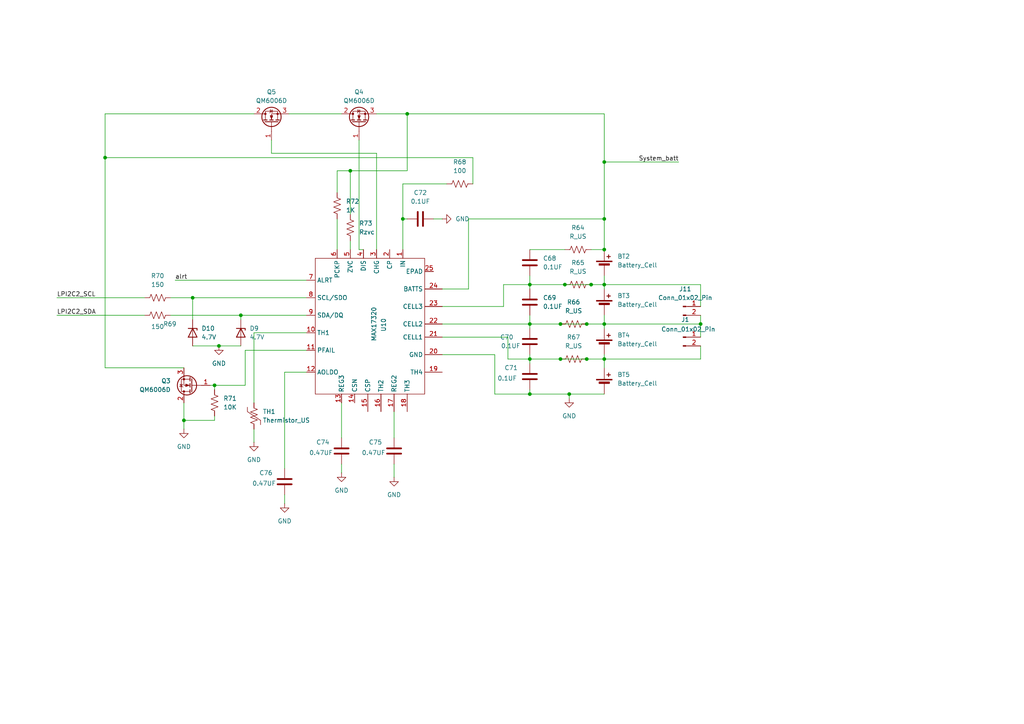
<source format=kicad_sch>
(kicad_sch (version 20231120) (generator "eeschema") (generator_version "8.0")
  (paper "A4")
  (lib_symbols
    (symbol "Connector:Conn_01x02_Pin" (pin_names (offset 1.016) hide)
      (property "Reference" "J" (at 0 2.54 0))
      (property "Value" "Conn_01x02_Pin" (at 0 -5.08 0))
      (symbol "Conn_01x02_Pin_1_1"
        (polyline (pts (xy 1.27 -2.54) (xy 0.8636 -2.54)) (stroke (width 0.1524)))
        (polyline (pts (xy 1.27 0) (xy 0.8636 0)) (stroke (width 0.1524)))
        (rectangle (start 0.8636 -2.413) (end 0 -2.667) (stroke (width 0.1524)) (fill (type outline)))
        (rectangle (start 0.8636 0.127) (end 0 -0.127) (stroke (width 0.1524)) (fill (type outline)))
        (pin passive line (at 5.08 0 180) (length 3.81) (name "Pin_1") (number "1"))
        (pin passive line (at 5.08 -2.54 180) (length 3.81) (name "Pin_2") (number "2"))
      )
    )
    (symbol "Device:Battery_Cell" (pin_numbers hide) (pin_names (offset 0) hide)
      (property "Reference" "BT" (at 2.54 2.54 0))
      (property "Value" "Battery_Cell" (at 2.54 0 0))
      (symbol "Battery_Cell_0_1"
        (rectangle (start -2.286 1.778) (end 2.286 1.524) (fill (type outline)))
        (rectangle (start -1.524 1.016) (end 1.524 0.508) (fill (type outline)))
        (polyline (pts (xy 0 0.762) (xy 0 0)))
        (polyline (pts (xy 0 1.778) (xy 0 2.54)))
        (polyline (pts (xy 0.762 3.048) (xy 1.778 3.048)) (stroke (width 0.254)))
        (polyline (pts (xy 1.27 3.556) (xy 1.27 2.54)) (stroke (width 0.254)))
      )
      (symbol "Battery_Cell_1_1"
        (pin passive line (at 0 5.08 270) (length 2.54) (name "+") (number "1"))
        (pin passive line (at 0 -2.54 90) (length 2.54) (name "-") (number "2"))
      )
    )
    (symbol "Device:C" (pin_numbers hide) (pin_names (offset 0.254))
      (property "Reference" "C" (at 0.635 2.54 0))
      (property "Value" "C" (at 0.635 -2.54 0))
      (symbol "C_0_1"
        (polyline (pts (xy -2.032 -0.762) (xy 2.032 -0.762)) (stroke (width 0.508)))
        (polyline (pts (xy -2.032 0.762) (xy 2.032 0.762)) (stroke (width 0.508)))
      )
      (symbol "C_1_1"
        (pin passive line (at 0 3.81 270) (length 2.794) (name "~") (number "1"))
        (pin passive line (at 0 -3.81 90) (length 2.794) (name "~") (number "2"))
      )
    )
    (symbol "Device:D_Zener" (pin_numbers hide) (pin_names (offset 1.016) hide)
      (property "Reference" "D" (at 0 2.54 0))
      (property "Value" "D_Zener" (at 0 -2.54 0))
      (symbol "D_Zener_0_1"
        (polyline (pts (xy 1.27 0) (xy -1.27 0)))
        (polyline (pts (xy -1.27 -1.27) (xy -1.27 1.27) (xy -0.762 1.27)) (stroke (width 0.254)))
        (polyline (pts (xy 1.27 -1.27) (xy 1.27 1.27) (xy -1.27 0) (xy 1.27 -1.27)) (stroke (width 0.254)))
      )
      (symbol "D_Zener_1_1"
        (pin passive line (at -3.81 0 0) (length 2.54) (name "K") (number "1"))
        (pin passive line (at 3.81 0 180) (length 2.54) (name "A") (number "2"))
      )
    )
    (symbol "Device:R_US" (pin_numbers hide) (pin_names (offset 0))
      (property "Reference" "R" (at 2.54 0 90))
      (property "Value" "R_US" (at -2.54 0 90))
      (symbol "R_US_0_1"
        (polyline (pts (xy 0 -2.286) (xy 0 -2.54)))
        (polyline (pts (xy 0 2.286) (xy 0 2.54)))
        (polyline (pts (xy 0 -0.762) (xy 1.016 -1.143) (xy 0 -1.524) (xy -1.016 -1.905) (xy 0 -2.286)))
        (polyline (pts (xy 0 0.762) (xy 1.016 0.381) (xy 0 0) (xy -1.016 -0.381) (xy 0 -0.762)))
        (polyline (pts (xy 0 2.286) (xy 1.016 1.905) (xy 0 1.524) (xy -1.016 1.143) (xy 0 0.762)))
      )
      (symbol "R_US_1_1"
        (pin passive line (at 0 3.81 270) (length 1.27) (name "~") (number "1"))
        (pin passive line (at 0 -3.81 90) (length 1.27) (name "~") (number "2"))
      )
    )
    (symbol "Device:Thermistor_US" (pin_numbers hide) (pin_names (offset 0))
      (property "Reference" "TH" (at 2.54 1.27 90))
      (property "Value" "Thermistor_US" (at -2.54 0 90))
      (symbol "Thermistor_US_0_1"
        (polyline (pts (xy 0 -2.286) (xy 0 -2.54)))
        (polyline (pts (xy 0 2.286) (xy 0 2.54)))
        (polyline (pts (xy 1.905 -1.27) (xy 1.905 -2.54)))
        (polyline (pts (xy -1.905 2.54) (xy -1.905 1.27) (xy 1.905 -1.27)))
        (polyline (pts (xy 0 -0.762) (xy 1.016 -1.143) (xy 0 -1.524) (xy -1.016 -1.905) (xy 0 -2.286)))
        (polyline (pts (xy 0 0.762) (xy 1.016 0.381) (xy 0 0) (xy -1.016 -0.381) (xy 0 -0.762)))
        (polyline (pts (xy 0 2.286) (xy 1.016 1.905) (xy 0 1.524) (xy -1.016 1.143) (xy 0 0.762)))
      )
      (symbol "Thermistor_US_1_1"
        (pin passive line (at 0 3.81 270) (length 1.27) (name "~") (number "1"))
        (pin passive line (at 0 -3.81 90) (length 1.27) (name "~") (number "2"))
      )
    )
    (symbol "PMIC:MAX17320"
      (property "Reference" "U10" (at 1.524 2.032 0))
      (property "Value" "MAX17320" (at 1.27 -0.762 0))
      (symbol "MAX17320_0_1"
        (rectangle (start -17.78 13.97) (end 21.59 -17.78))
      )
      (symbol "MAX17320_1_1"
        (pin input line (at -20.32 7.62 0) (length 2.54) (name "IN") (number "1"))
        (pin input line (at 3.81 -20.32 90) (length 2.54) (name "TH1") (number "10"))
        (pin input line (at 8.89 -20.32 90) (length 2.54) (name "PFAIL") (number "11"))
        (pin input line (at 15.24 -20.32 90) (length 2.54) (name "AOLDO") (number "12"))
        (pin input line (at 24.13 -10.16 180) (length 2.54) (name "REG3") (number "13"))
        (pin input line (at 24.13 -6.35 180) (length 2.54) (name "CSN") (number "14"))
        (pin input line (at 26.67 -2.54 180) (length 5.08) (name "CSP") (number "15"))
        (pin input line (at 26.67 1.27 180) (length 5.08) (name "TH2") (number "16"))
        (pin input line (at 26.67 5.08 180) (length 5.08) (name "REG2") (number "17"))
        (pin input line (at 26.67 8.89 180) (length 5.08) (name "TH3") (number "18"))
        (pin input line (at 15.24 19.05 270) (length 5.08) (name "TH4") (number "19"))
        (pin input line (at -20.32 3.81 0) (length 2.54) (name "CP") (number "2"))
        (pin input line (at 10.16 19.05 270) (length 5.08) (name "GND") (number "20"))
        (pin input line (at 5.08 19.05 270) (length 5.08) (name "CELL1") (number "21"))
        (pin input line (at 1.27 19.05 270) (length 5.08) (name "CELL2") (number "22"))
        (pin input line (at -3.81 19.05 270) (length 5.08) (name "CELL3") (number "23"))
        (pin input line (at -8.89 19.05 270) (length 5.08) (name "BATTS") (number "24"))
        (pin input line (at -13.97 16.51 270) (length 2.54) (name "EPAD") (number "25"))
        (pin input line (at -20.32 0 0) (length 2.54) (name "CHG") (number "3"))
        (pin input line (at -20.32 -3.81 0) (length 2.54) (name "DIS") (number "4"))
        (pin input line (at -20.32 -7.62 0) (length 2.54) (name "ZVC") (number "5"))
        (pin input line (at -20.32 -11.43 0) (length 2.54) (name "PCKP") (number "6"))
        (pin input line (at -11.43 -20.32 90) (length 2.54) (name "ALRT") (number "7"))
        (pin input line (at -6.35 -20.32 90) (length 2.54) (name "SCL/SDO") (number "8"))
        (pin input line (at -1.27 -20.32 90) (length 2.54) (name "SDA/DQ") (number "9"))
      )
    )
    (symbol "Transistor_FET:QM6006D" (pin_names hide)
      (property "Reference" "Q" (at 5.08 1.905 0))
      (property "Value" "QM6006D" (at 5.08 0 0))
      (symbol "QM6006D_0_1"
        (polyline (pts (xy 0.254 0) (xy -2.54 0)))
        (polyline (pts (xy 0.254 1.905) (xy 0.254 -1.905)) (stroke (width 0.254)))
        (polyline (pts (xy 0.762 -1.27) (xy 0.762 -2.286)) (stroke (width 0.254)))
        (polyline (pts (xy 0.762 0.508) (xy 0.762 -0.508)) (stroke (width 0.254)))
        (polyline (pts (xy 0.762 2.286) (xy 0.762 1.27)) (stroke (width 0.254)))
        (polyline (pts (xy 2.54 2.54) (xy 2.54 1.778)))
        (polyline (pts (xy 2.54 -2.54) (xy 2.54 0) (xy 0.762 0)))
        (polyline (pts (xy 0.762 -1.778) (xy 3.302 -1.778) (xy 3.302 1.778) (xy 0.762 1.778)))
        (polyline (pts (xy 1.016 0) (xy 2.032 0.381) (xy 2.032 -0.381) (xy 1.016 0)) (fill (type outline)))
        (polyline (pts (xy 2.794 0.508) (xy 2.921 0.381) (xy 3.683 0.381) (xy 3.81 0.254)))
        (polyline (pts (xy 3.302 0.381) (xy 2.921 -0.254) (xy 3.683 -0.254) (xy 3.302 0.381)))
        (circle (center 1.651 0) (radius 2.794) (stroke (width 0.254)))
        (circle (center 2.54 -1.778) (radius 0.254) (fill (type outline)))
        (circle (center 2.54 1.778) (radius 0.254) (fill (type outline)))
      )
      (symbol "QM6006D_1_1"
        (pin input line (at -5.08 0 0) (length 2.54) (name "G") (number "1"))
        (pin passive line (at 2.54 5.08 270) (length 2.54) (name "D") (number "2"))
        (pin passive line (at 2.54 -5.08 90) (length 2.54) (name "S") (number "3"))
      )
    )
    (symbol "power:GND" (power) (pin_numbers hide) (pin_names (offset 0) hide)
      (property "Value" "GND" (at 0 -3.81 0))
      (symbol "GND_0_1"
        (polyline (pts (xy 0 0) (xy 0 -1.27) (xy 1.27 -1.27) (xy 0 -2.54) (xy -1.27 -1.27) (xy 0 -1.27)))
      )
      (symbol "GND_1_1"
        (pin power_in line (at 0 0 270) (length 0) (name "~") (number "1"))
      )
    )
  )
  (junction (at 69.85 91.44))
  (junction (at 170.18 104.14))
  (junction (at 163.83 82.55))
  (junction (at 153.67 93.98))
  (junction (at 63.5 100.33))
  (junction (at 116.84 63.5))
  (junction (at 162.56 93.98))
  (junction (at 175.26 63.5))
  (junction (at 55.88 86.36))
  (junction (at 171.45 82.55))
  (junction (at 175.26 93.98))
  (junction (at 170.18 93.98))
  (junction (at 30.48 45.72))
  (junction (at 153.67 114.3))
  (junction (at 53.34 121.92))
  (junction (at 175.26 72.39))
  (junction (at 203.2 93.98))
  (junction (at 165.1 114.3))
  (junction (at 153.67 104.14))
  (junction (at 175.26 82.55))
  (junction (at 175.26 46.99))
  (junction (at 153.67 82.55))
  (junction (at 62.23 111.76))
  (junction (at 101.6 49.53))
  (junction (at 175.26 104.14))
  (junction (at 162.56 104.14))
  (junction (at 118.11 33.02))
  (wire (pts (xy 109.22 72.39) (xy 109.22 44.45)))
  (wire (pts (xy 170.18 93.98) (xy 162.56 93.98)))
  (wire (pts (xy 146.05 82.55) (xy 153.67 82.55)))
  (wire (pts (xy 88.9 96.52) (xy 73.66 96.52)))
  (wire (pts (xy 62.23 111.76) (xy 60.96 111.76)))
  (wire (pts (xy 49.53 86.36) (xy 55.88 86.36)))
  (wire (pts (xy 63.5 100.33) (xy 69.85 100.33)))
  (wire (pts (xy 137.16 53.34) (xy 137.16 45.72)))
  (wire (pts (xy 153.67 104.14) (xy 162.56 104.14)))
  (wire (pts (xy 88.9 101.6) (xy 71.12 101.6)))
  (wire (pts (xy 118.11 49.53) (xy 118.11 33.02)))
  (wire (pts (xy 135.89 63.5) (xy 175.26 63.5)))
  (wire (pts (xy 165.1 114.3) (xy 175.26 114.3)))
  (wire (pts (xy 175.26 46.99) (xy 175.26 63.5)))
  (wire (pts (xy 171.45 82.55) (xy 163.83 82.55)))
  (wire (pts (xy 62.23 111.76) (xy 62.23 113.03)))
  (wire (pts (xy 153.67 113.03) (xy 153.67 114.3)))
  (wire (pts (xy 69.85 91.44) (xy 88.9 91.44)))
  (wire (pts (xy 116.84 72.39) (xy 116.84 63.5)))
  (wire (pts (xy 175.26 80.01) (xy 175.26 82.55)))
  (wire (pts (xy 116.84 63.5) (xy 116.84 53.34)))
  (wire (pts (xy 53.34 121.92) (xy 53.34 124.46)))
  (wire (pts (xy 153.67 82.55) (xy 163.83 82.55)))
  (wire (pts (xy 30.48 33.02) (xy 30.48 45.72)))
  (wire (pts (xy 97.79 49.53) (xy 101.6 49.53)))
  (wire (pts (xy 175.26 82.55) (xy 175.26 83.82)))
  (wire (pts (xy 118.11 33.02) (xy 175.26 33.02)))
  (wire (pts (xy 83.82 33.02) (xy 99.06 33.02)))
  (wire (pts (xy 170.18 104.14) (xy 162.56 104.14)))
  (wire (pts (xy 99.06 116.84) (xy 99.06 127)))
  (wire (pts (xy 73.66 124.46) (xy 73.66 128.27)))
  (wire (pts (xy 153.67 91.44) (xy 153.67 93.98)))
  (wire (pts (xy 175.26 63.5) (xy 175.26 72.39)))
  (wire (pts (xy 49.53 91.44) (xy 69.85 91.44)))
  (wire (pts (xy 153.67 82.55) (xy 153.67 83.82)))
  (wire (pts (xy 165.1 114.3) (xy 165.1 115.57)))
  (wire (pts (xy 88.9 86.36) (xy 55.88 86.36)))
  (wire (pts (xy 99.06 134.62) (xy 99.06 137.16)))
  (wire (pts (xy 203.2 100.33) (xy 203.2 104.14)))
  (wire (pts (xy 175.26 93.98) (xy 175.26 95.25)))
  (wire (pts (xy 137.16 45.72) (xy 30.48 45.72)))
  (wire (pts (xy 125.73 63.5) (xy 128.27 63.5)))
  (wire (pts (xy 135.89 83.82) (xy 135.89 63.5)))
  (wire (pts (xy 175.26 102.87) (xy 175.26 104.14)))
  (wire (pts (xy 62.23 121.92) (xy 62.23 120.65)))
  (wire (pts (xy 50.8 81.28) (xy 88.9 81.28)))
  (wire (pts (xy 73.66 33.02) (xy 30.48 33.02)))
  (wire (pts (xy 175.26 82.55) (xy 171.45 82.55)))
  (wire (pts (xy 128.27 93.98) (xy 153.67 93.98)))
  (wire (pts (xy 143.51 114.3) (xy 153.67 114.3)))
  (wire (pts (xy 128.27 83.82) (xy 135.89 83.82)))
  (wire (pts (xy 30.48 106.68) (xy 53.34 106.68)))
  (wire (pts (xy 55.88 100.33) (xy 63.5 100.33)))
  (wire (pts (xy 147.32 104.14) (xy 153.67 104.14)))
  (wire (pts (xy 128.27 88.9) (xy 146.05 88.9)))
  (wire (pts (xy 53.34 116.84) (xy 53.34 121.92)))
  (wire (pts (xy 146.05 88.9) (xy 146.05 82.55)))
  (wire (pts (xy 153.67 80.01) (xy 153.67 82.55)))
  (wire (pts (xy 88.9 107.95) (xy 82.55 107.95)))
  (wire (pts (xy 82.55 107.95) (xy 82.55 135.89)))
  (wire (pts (xy 101.6 69.85) (xy 101.6 72.39)))
  (wire (pts (xy 153.67 102.87) (xy 153.67 104.14)))
  (wire (pts (xy 55.88 86.36) (xy 55.88 92.71)))
  (wire (pts (xy 114.3 134.62) (xy 114.3 138.43)))
  (wire (pts (xy 97.79 63.5) (xy 97.79 72.39)))
  (wire (pts (xy 30.48 45.72) (xy 30.48 106.68)))
  (wire (pts (xy 175.26 33.02) (xy 175.26 46.99)))
  (wire (pts (xy 101.6 49.53) (xy 118.11 49.53)))
  (wire (pts (xy 203.2 91.44) (xy 203.2 93.98)))
  (wire (pts (xy 104.14 72.39) (xy 105.41 72.39)))
  (wire (pts (xy 175.26 91.44) (xy 175.26 93.98)))
  (wire (pts (xy 153.67 93.98) (xy 162.56 93.98)))
  (wire (pts (xy 203.2 93.98) (xy 203.2 97.79)))
  (wire (pts (xy 128.27 102.87) (xy 143.51 102.87)))
  (wire (pts (xy 175.26 93.98) (xy 170.18 93.98)))
  (wire (pts (xy 16.51 86.36) (xy 41.91 86.36)))
  (wire (pts (xy 203.2 82.55) (xy 203.2 88.9)))
  (wire (pts (xy 16.51 91.44) (xy 41.91 91.44)))
  (wire (pts (xy 53.34 121.92) (xy 62.23 121.92)))
  (wire (pts (xy 153.67 114.3) (xy 165.1 114.3)))
  (wire (pts (xy 203.2 82.55) (xy 175.26 82.55)))
  (wire (pts (xy 109.22 33.02) (xy 118.11 33.02)))
  (wire (pts (xy 71.12 111.76) (xy 62.23 111.76)))
  (wire (pts (xy 153.67 72.39) (xy 163.83 72.39)))
  (wire (pts (xy 116.84 63.5) (xy 118.11 63.5)))
  (wire (pts (xy 78.74 44.45) (xy 78.74 40.64)))
  (wire (pts (xy 128.27 97.79) (xy 147.32 97.79)))
  (wire (pts (xy 114.3 119.38) (xy 114.3 127)))
  (wire (pts (xy 143.51 102.87) (xy 143.51 114.3)))
  (wire (pts (xy 203.2 104.14) (xy 175.26 104.14)))
  (wire (pts (xy 203.2 93.98) (xy 175.26 93.98)))
  (wire (pts (xy 101.6 49.53) (xy 101.6 62.23)))
  (wire (pts (xy 71.12 101.6) (xy 71.12 111.76)))
  (wire (pts (xy 153.67 104.14) (xy 153.67 105.41)))
  (wire (pts (xy 147.32 97.79) (xy 147.32 104.14)))
  (wire (pts (xy 69.85 92.71) (xy 69.85 91.44)))
  (wire (pts (xy 104.14 40.64) (xy 104.14 72.39)))
  (wire (pts (xy 171.45 72.39) (xy 175.26 72.39)))
  (wire (pts (xy 109.22 44.45) (xy 78.74 44.45)))
  (wire (pts (xy 170.18 104.14) (xy 175.26 104.14)))
  (wire (pts (xy 73.66 96.52) (xy 73.66 116.84)))
  (wire (pts (xy 82.55 143.51) (xy 82.55 146.05)))
  (wire (pts (xy 175.26 104.14) (xy 175.26 106.68)))
  (wire (pts (xy 175.26 46.99) (xy 196.85 46.99)))
  (wire (pts (xy 116.84 53.34) (xy 129.54 53.34)))
  (wire (pts (xy 97.79 55.88) (xy 97.79 49.53)))
  (wire (pts (xy 153.67 93.98) (xy 153.67 95.25)))
  (label "LPI2C2_SCL" (at 16.51 86.36 0))
  (label "LPI2C2_SDA" (at 16.51 91.44 0))
  (label "System_batt" (at 196.85 46.99 180))
  (label "alrt" (at 50.8 81.28 0))
  (symbol (lib_id "Connector:Conn_01x02_Pin") (at 198.12 88.9 0) (unit 1)
    (property "Reference" "J11" (at 198.755 83.82 0))
    (property "Value" "Conn_01x02_Pin" (at 198.755 86.36 0))
    (property "Description" "Generic connector, single row, 01x02, script generated" (effects (hide yes)))
  )
  (symbol (lib_id "Device:R_US") (at 101.6 66.04 0) (unit 1)
    (property "Reference" "R73" (at 104.14 64.7699 0) (effects (justify left)))
    (property "Value" "Rzvc" (at 104.14 67.3099 0) (effects (justify left)))
    (property "Description" "Resistor, US symbol" (effects (hide yes)))
  )
  (symbol (lib_id "power:GND") (at 114.3 138.43 0) (unit 1)
    (property "Reference" "#PWR085" (effects (hide yes)))
    (property "Value" "GND" (at 114.3 143.51 0))
    (property "Description" "Power symbol creates a global label with name \"GND\" , ground" (effects (hide yes)))
  )
  (symbol (lib_id "Transistor_FET:QM6006D") (at 78.74 35.56 90) (unit 1)
    (property "Reference" "Q5" (at 78.74 26.67 90))
    (property "Value" "QM6006D" (at 78.74 29.21 90))
    (property "Footprint" "Package_TO_SOT_SMD:TO-252-2" (effects (hide yes)))
    (property "Datasheet" "http://www.jaolen.com/images/pdf/QM6006D.pdf" (effects (hide yes)))
    (property "Description" "35A Id, 60V Vds, N-Channel Power MOSFET, 18mOhm Ron, 19.3nC Qg (typ), TO252" (effects (hide yes)))
  )
  (symbol (lib_id "Device:R_US") (at 167.64 72.39 90) (unit 1)
    (property "Reference" "R64" (at 167.64 66.04 90))
    (property "Value" "R_US" (at 167.64 68.58 90))
    (property "Description" "Resistor, US symbol" (effects (hide yes)))
  )
  (symbol (lib_id "Device:R_US") (at 62.23 116.84 0) (unit 1)
    (property "Reference" "R71" (at 64.77 115.5699 0) (effects (justify left)))
    (property "Value" "10K" (at 64.77 118.1099 0) (effects (justify left)))
    (property "Footprint" "Resistor_SMD:R_0402_1005Metric" (effects (hide yes)))
    (property "Description" "Resistor, US symbol" (effects (hide yes)))
  )
  (symbol (lib_id "Device:C") (at 153.67 87.63 0) (unit 1)
    (property "Reference" "C69" (at 157.48 86.3599 0) (effects (justify left)))
    (property "Value" "0.1UF" (at 157.48 88.8999 0) (effects (justify left)))
    (property "Footprint" "Capacitor_SMD:C_0402_1005Metric" (effects (hide yes)))
    (property "Description" "Unpolarized capacitor" (effects (hide yes)))
    (property "MANUFACTURER" "CC0402KRX5R6BB104" (effects (hide yes)))
  )
  (symbol (lib_id "Device:R_US") (at 45.72 86.36 90) (unit 1)
    (property "Reference" "R70" (at 45.72 80.01 90))
    (property "Value" "150" (at 45.72 82.55 90))
    (property "Description" "Resistor, US symbol" (effects (hide yes)))
  )
  (symbol (lib_id "power:GND") (at 128.27 63.5 90) (unit 1)
    (property "Reference" "#PWR081" (effects (hide yes)))
    (property "Value" "GND" (at 132.08 63.4999 90) (effects (justify right)))
    (property "Description" "Power symbol creates a global label with name \"GND\" , ground" (effects (hide yes)))
  )
  (symbol (lib_id "power:GND") (at 99.06 137.16 0) (unit 1)
    (property "Reference" "#PWR084" (effects (hide yes)))
    (property "Value" "GND" (at 99.06 142.24 0))
    (property "Description" "Power symbol creates a global label with name \"GND\" , ground" (effects (hide yes)))
  )
  (symbol (lib_id "power:GND") (at 63.5 100.33 0) (unit 1)
    (property "Reference" "#PWR082" (effects (hide yes)))
    (property "Value" "GND" (at 63.5 105.41 0))
    (property "Description" "Power symbol creates a global label with name \"GND\" , ground" (effects (hide yes)))
  )
  (symbol (lib_id "Device:R_US") (at 166.37 93.98 90) (unit 1)
    (property "Reference" "R66" (at 166.37 87.63 90))
    (property "Value" "R_US" (at 166.37 90.17 90))
    (property "Description" "Resistor, US symbol" (effects (hide yes)))
  )
  (symbol (lib_id "Device:R_US") (at 45.72 91.44 90) (unit 1)
    (property "Reference" "R69" (at 49.276 93.98 90))
    (property "Value" "150" (at 45.72 94.742 90))
    (property "Description" "Resistor, US symbol" (effects (hide yes)))
  )
  (symbol (lib_id "Device:D_Zener") (at 55.88 96.52 270) (unit 1)
    (property "Reference" "D10" (at 58.42 95.2499 90) (effects (justify left)))
    (property "Value" "4.7V" (at 58.42 97.7899 90) (effects (justify left)))
    (property "Description" "Zener diode" (effects (hide yes)))
  )
  (symbol (lib_id "Device:Battery_Cell") (at 175.26 111.76 0) (unit 1)
    (property "Reference" "BT5" (at 179.07 108.6484 0) (effects (justify left)))
    (property "Value" "Battery_Cell" (at 179.07 111.1884 0) (effects (justify left)))
    (property "Description" "Single-cell battery" (effects (hide yes)))
  )
  (symbol (lib_id "Device:C") (at 99.06 130.81 0) (unit 1)
    (property "Reference" "C74" (at 91.694 128.27 0) (effects (justify left)))
    (property "Value" "0.47UF" (at 89.662 131.318 0) (effects (justify left)))
    (property "Footprint" "Capacitor_SMD:C_0402_1005Metric" (effects (hide yes)))
    (property "Description" "Unpolarized capacitor" (effects (hide yes)))
    (property "MANUFACTURER" "GRM155R61A474KE15D" (effects (hide yes)))
  )
  (symbol (lib_id "power:GND") (at 82.55 146.05 0) (unit 1)
    (property "Reference" "#PWR086" (effects (hide yes)))
    (property "Value" "GND" (at 82.55 151.13 0))
    (property "Description" "Power symbol creates a global label with name \"GND\" , ground" (effects (hide yes)))
  )
  (symbol (lib_id "Device:R_US") (at 133.35 53.34 90) (unit 1)
    (property "Reference" "R68" (at 133.35 46.99 90))
    (property "Value" "100" (at 133.35 49.53 90))
    (property "Footprint" "Resistor_SMD:R_0402_1005Metric" (effects (hide yes)))
    (property "Description" "Resistor, US symbol" (effects (hide yes)))
  )
  (symbol (lib_id "power:GND") (at 53.34 124.46 0) (unit 1)
    (property "Reference" "#PWR087" (effects (hide yes)))
    (property "Value" "GND" (at 53.34 129.54 0))
    (property "Description" "Power symbol creates a global label with name \"GND\" , ground" (effects (hide yes)))
  )
  (symbol (lib_id "Device:Battery_Cell") (at 175.26 77.47 0) (unit 1)
    (property "Reference" "BT2" (at 179.07 74.3584 0) (effects (justify left)))
    (property "Value" "Battery_Cell" (at 179.07 76.8984 0) (effects (justify left)))
    (property "Description" "Single-cell battery" (effects (hide yes)))
  )
  (symbol (lib_id "Device:C") (at 121.92 63.5 90) (unit 1)
    (property "Reference" "C72" (at 121.92 55.88 90))
    (property "Value" "0.1UF" (at 121.92 58.42 90))
    (property "Footprint" "Capacitor_SMD:C_0402_1005Metric" (effects (hide yes)))
    (property "Description" "Unpolarized capacitor" (effects (hide yes)))
    (property "MANUFACTURER" "CC0402KRX5R6BB104" (effects (hide yes)))
  )
  (symbol (lib_id "Device:Battery_Cell") (at 175.26 88.9 0) (unit 1)
    (property "Reference" "BT3" (at 179.07 85.7884 0) (effects (justify left)))
    (property "Value" "Battery_Cell" (at 179.07 88.3284 0) (effects (justify left)))
    (property "Description" "Single-cell battery" (effects (hide yes)))
  )
  (symbol (lib_id "Device:C") (at 114.3 130.81 0) (unit 1)
    (property "Reference" "C75" (at 106.934 128.27 0) (effects (justify left)))
    (property "Value" "0.47UF" (at 104.902 131.318 0) (effects (justify left)))
    (property "Footprint" "Capacitor_SMD:C_0402_1005Metric" (effects (hide yes)))
    (property "Description" "Unpolarized capacitor" (effects (hide yes)))
    (property "MANUFACTURER" "GRM155R61A474KE15D" (effects (hide yes)))
  )
  (symbol (lib_id "Device:C") (at 153.67 99.06 0) (unit 1)
    (property "Reference" "C70" (at 145.034 97.79 0) (effects (justify left)))
    (property "Value" "0.1UF" (at 145.288 100.33 0) (effects (justify left)))
    (property "Footprint" "Capacitor_SMD:C_0402_1005Metric" (effects (hide yes)))
    (property "Description" "Unpolarized capacitor" (effects (hide yes)))
    (property "MANUFACTURER" "CC0402KRX5R6BB104" (effects (hide yes)))
  )
  (symbol (lib_id "Connector:Conn_01x02_Pin") (at 198.12 97.79 0) (unit 1)
    (property "Reference" "J1" (at 198.755 92.71 0))
    (property "Value" "Conn_01x02_Pin" (at 199.644 95.504 0))
    (property "Description" "Generic connector, single row, 01x02, script generated" (effects (hide yes)))
  )
  (symbol (lib_id "Device:Battery_Cell") (at 175.26 100.33 0) (unit 1)
    (property "Reference" "BT4" (at 179.07 97.2184 0) (effects (justify left)))
    (property "Value" "Battery_Cell" (at 179.07 99.7584 0) (effects (justify left)))
    (property "Description" "Single-cell battery" (effects (hide yes)))
  )
  (symbol (lib_id "Transistor_FET:QM6006D") (at 55.88 111.76 180) (unit 1)
    (property "Reference" "Q3" (at 49.53 110.4899 0) (effects (justify left)))
    (property "Value" "QM6006D" (at 49.53 113.0299 0) (effects (justify left)))
    (property "Footprint" "Package_TO_SOT_SMD:TO-252-2" (effects (hide yes)))
    (property "Datasheet" "http://www.jaolen.com/images/pdf/QM6006D.pdf" (effects (hide yes)))
    (property "Description" "35A Id, 60V Vds, N-Channel Power MOSFET, 18mOhm Ron, 19.3nC Qg (typ), TO252" (effects (hide yes)))
  )
  (symbol (lib_id "Device:R_US") (at 167.64 82.55 90) (unit 1)
    (property "Reference" "R65" (at 167.64 76.2 90))
    (property "Value" "R_US" (at 167.64 78.74 90))
    (property "Description" "Resistor, US symbol" (effects (hide yes)))
  )
  (symbol (lib_id "Device:R_US") (at 166.37 104.14 90) (unit 1)
    (property "Reference" "R67" (at 166.37 97.79 90))
    (property "Value" "R_US" (at 166.37 100.33 90))
    (property "Description" "Resistor, US symbol" (effects (hide yes)))
  )
  (symbol (lib_id "Device:D_Zener") (at 69.85 96.52 270) (unit 1)
    (property "Reference" "D9" (at 72.39 95.2499 90) (effects (justify left)))
    (property "Value" "4.7V" (at 72.39 97.7899 90) (effects (justify left)))
    (property "Description" "Zener diode" (effects (hide yes)))
  )
  (symbol (lib_id "Device:Thermistor_US") (at 73.66 120.65 0) (unit 1)
    (property "Reference" "TH1" (at 76.2 119.3799 0) (effects (justify left)))
    (property "Value" "Thermistor_US" (at 76.2 121.9199 0) (effects (justify left)))
    (property "Description" "Thermistor, temperature dependent resistor, US symbol" (effects (hide yes)))
  )
  (symbol (lib_id "power:GND") (at 165.1 115.57 0) (unit 1)
    (property "Reference" "#PWR080" (effects (hide yes)))
    (property "Value" "GND" (at 165.1 120.65 0))
    (property "Description" "Power symbol creates a global label with name \"GND\" , ground" (effects (hide yes)))
  )
  (symbol (lib_id "power:GND") (at 73.66 128.27 0) (unit 1)
    (property "Reference" "#PWR083" (effects (hide yes)))
    (property "Value" "GND" (at 73.66 133.35 0))
    (property "Description" "Power symbol creates a global label with name \"GND\" , ground" (effects (hide yes)))
  )
  (symbol (lib_id "Device:C") (at 153.67 109.22 0) (unit 1)
    (property "Reference" "C71" (at 146.304 106.68 0) (effects (justify left)))
    (property "Value" "0.1UF" (at 144.272 109.728 0) (effects (justify left)))
    (property "Footprint" "Capacitor_SMD:C_0402_1005Metric" (effects (hide yes)))
    (property "Description" "Unpolarized capacitor" (effects (hide yes)))
    (property "MANUFACTURER" "CC0402KRX5R6BB104" (effects (hide yes)))
  )
  (symbol (lib_id "Device:C") (at 153.67 76.2 0) (unit 1)
    (property "Reference" "C68" (at 157.48 74.9299 0) (effects (justify left)))
    (property "Value" "0.1UF" (at 157.48 77.4699 0) (effects (justify left)))
    (property "Footprint" "Capacitor_SMD:C_0402_1005Metric" (effects (hide yes)))
    (property "Description" "Unpolarized capacitor" (effects (hide yes)))
    (property "MANUFACTURER" "CC0402KRX5R6BB104" (effects (hide yes)))
  )
  (symbol (lib_id "Transistor_FET:QM6006D") (at 104.14 35.56 90) (unit 1)
    (property "Reference" "Q4" (at 104.14 26.67 90))
    (property "Value" "QM6006D" (at 104.14 29.21 90))
    (property "Footprint" "Package_TO_SOT_SMD:TO-252-2" (effects (hide yes)))
    (property "Datasheet" "http://www.jaolen.com/images/pdf/QM6006D.pdf" (effects (hide yes)))
    (property "Description" "35A Id, 60V Vds, N-Channel Power MOSFET, 18mOhm Ron, 19.3nC Qg (typ), TO252" (effects (hide yes)))
  )
  (symbol (lib_id "Device:R_US") (at 97.79 59.69 0) (unit 1)
    (property "Reference" "R72" (at 100.33 58.4199 0) (effects (justify left)))
    (property "Value" "1K" (at 100.33 60.9599 0) (effects (justify left)))
    (property "Footprint" "Resistor_SMD:R_0402_1005Metric" (effects (hide yes)))
    (property "Description" "Resistor, US symbol" (effects (hide yes)))
  )
  (symbol (lib_id "PMIC:MAX17320") (at 109.22 92.71 270) (unit 1)
    (property "Reference" "U10" (at 111.252 94.234 0))
    (property "Value" "MAX17320" (at 108.458 93.98 0))
    (property "Footprint" "footprints:21-0139I_T2444-4_MXM" (effects (hide yes)))
    (property "MANUFACTURER" "MAX17320G20+T" (effects (hide yes)))
  )
  (symbol (lib_id "Device:C") (at 82.55 139.7 0) (unit 1)
    (property "Reference" "C76" (at 75.184 137.16 0) (effects (justify left)))
    (property "Value" "0.47UF" (at 73.152 140.208 0) (effects (justify left)))
    (property "Footprint" "Capacitor_SMD:C_0402_1005Metric" (effects (hide yes)))
    (property "Description" "Unpolarized capacitor" (effects (hide yes)))
    (property "MANUFACTURER" "GRM155R61A474KE15D" (effects (hide yes)))
  )
)
</source>
